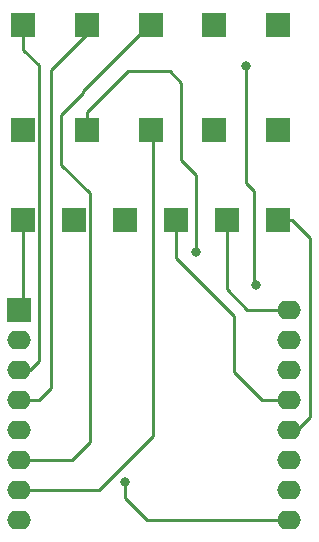
<source format=gbr>
%TF.GenerationSoftware,KiCad,Pcbnew,7.0.8*%
%TF.CreationDate,2024-06-05T08:03:03+02:00*%
%TF.ProjectId,ESP32-CAM_1,45535033-322d-4434-914d-5f312e6b6963,rev?*%
%TF.SameCoordinates,Original*%
%TF.FileFunction,Copper,L2,Bot*%
%TF.FilePolarity,Positive*%
%FSLAX46Y46*%
G04 Gerber Fmt 4.6, Leading zero omitted, Abs format (unit mm)*
G04 Created by KiCad (PCBNEW 7.0.8) date 2024-06-05 08:03:03*
%MOMM*%
%LPD*%
G01*
G04 APERTURE LIST*
%TA.AperFunction,ComponentPad*%
%ADD10O,2.000000X1.600000*%
%TD*%
%TA.AperFunction,ComponentPad*%
%ADD11R,2.000000X2.000000*%
%TD*%
%TA.AperFunction,ViaPad*%
%ADD12C,0.800000*%
%TD*%
%TA.AperFunction,Conductor*%
%ADD13C,0.250000*%
%TD*%
G04 APERTURE END LIST*
D10*
%TO.P,U9,9*%
%TO.N,Net-(U17-Pad1)*%
X206700000Y-121930000D03*
%TO.P,U9,10*%
%TO.N,Net-(U16-Pad1)*%
X206700000Y-119390000D03*
%TO.P,U9,11*%
%TO.N,Net-(U15-Pad1)*%
X206700000Y-116850000D03*
%TO.P,U9,12*%
%TO.N,Net-(U14-Pad1)*%
X206700000Y-114310000D03*
%TO.P,U9,13*%
%TO.N,Net-(U13-Pad1)*%
X206700000Y-111770000D03*
%TO.P,U9,14*%
%TO.N,Net-(U12-Pad1)*%
X206700000Y-109230000D03*
%TO.P,U9,15*%
%TO.N,Net-(U11-Pad1)*%
X206700000Y-106690000D03*
%TO.P,U9,16*%
%TO.N,Net-(U10-Pad1)*%
X206700000Y-104150000D03*
%TO.P,U9,2*%
%TO.N,Net-(U2-Pad1)*%
X183840000Y-106690000D03*
D11*
%TO.P,U9,1*%
%TO.N,Net-(U1-Pad1)*%
X183840000Y-104150000D03*
D10*
%TO.P,U9,4*%
%TO.N,Net-(U4-Pad1)*%
X183840000Y-111770000D03*
%TO.P,U9,5*%
%TO.N,Net-(U5-Pad1)*%
X183840000Y-114310000D03*
%TO.P,U9,3*%
%TO.N,Net-(U3-Pad1)*%
X183840000Y-109230000D03*
%TO.P,U9,6*%
%TO.N,Net-(U6-Pad1)*%
X183840000Y-116850000D03*
%TO.P,U9,7*%
%TO.N,Net-(U7-Pad1)*%
X183840000Y-119390000D03*
%TO.P,U9,8*%
%TO.N,Net-(U8-Pad1)*%
X183840000Y-121930000D03*
%TD*%
D11*
%TO.P,Vcc,1*%
%TO.N,Net-(U1-Pad1)*%
X184150000Y-96520000D03*
%TD*%
%TO.P,GND,1*%
%TO.N,Net-(U2-Pad1)*%
X188468000Y-96520000D03*
%TD*%
%TO.P,GPIO 12,1*%
%TO.N,Net-(U3-Pad1)*%
X184150000Y-80010000D03*
%TD*%
%TO.P,GPIO 13,1*%
%TO.N,Net-(U4-Pad1)*%
X189547500Y-80010000D03*
%TD*%
%TO.P,GPIO 15,1*%
%TO.N,Net-(U5-Pad1)*%
X200342500Y-80010000D03*
%TD*%
%TO.P,GPIO 14,1*%
%TO.N,Net-(U6-Pad1)*%
X194945000Y-80010000D03*
%TD*%
%TO.P,GPIO 2,1*%
%TO.N,Net-(U7-Pad1)*%
X194945000Y-88900000D03*
%TD*%
%TO.P,GPIO 4,1*%
%TO.N,Net-(U8-Pad1)*%
X205740000Y-88900000D03*
%TD*%
%TO.P,3\u002C3V,1*%
%TO.N,Net-(U10-Pad1)*%
X201422000Y-96520000D03*
%TD*%
%TO.P,GPIO 16,1*%
%TO.N,Net-(U11-Pad1)*%
X205740000Y-80010000D03*
%TD*%
%TO.P,GPIO 0,1*%
%TO.N,Net-(U12-Pad1)*%
X184150000Y-88900000D03*
%TD*%
%TO.P,GND,1*%
%TO.N,Net-(U13-Pad1)*%
X197104000Y-96520000D03*
%TD*%
%TO.P,3\u002C3V,1*%
%TO.N,Net-(U14-Pad1)*%
X205740000Y-96520000D03*
%TD*%
%TO.P,GPIO 3,1*%
%TO.N,Net-(U15-Pad1)*%
X200342500Y-88900000D03*
%TD*%
%TO.P,GPIO 1,1*%
%TO.N,Net-(U16-Pad1)*%
X189547500Y-88900000D03*
%TD*%
%TO.P,GND,1*%
%TO.N,Net-(U17-Pad1)*%
X192786000Y-96520000D03*
%TD*%
D12*
%TO.N,Net-(U12-Pad1)*%
X203050000Y-83550000D03*
X203850000Y-102050000D03*
%TO.N,Net-(U16-Pad1)*%
X198750000Y-99250000D03*
%TO.N,Net-(U17-Pad1)*%
X192786000Y-118764000D03*
%TD*%
D13*
%TO.N,Net-(U1-Pad1)*%
X184150000Y-103840000D02*
X183840000Y-104150000D01*
X184150000Y-96520000D02*
X184150000Y-103840000D01*
%TO.N,Net-(U3-Pad1)*%
X184150000Y-80010000D02*
X184150000Y-82150000D01*
X185475001Y-83475001D02*
X185475001Y-108524999D01*
X184150000Y-82150000D02*
X185475001Y-83475001D01*
X184770000Y-109230000D02*
X183840000Y-109230000D01*
X185475001Y-108524999D02*
X184770000Y-109230000D01*
%TO.N,Net-(U4-Pad1)*%
X189547500Y-80010000D02*
X189547500Y-80802500D01*
X189547500Y-80802500D02*
X186500000Y-83850000D01*
X185530000Y-111770000D02*
X183840000Y-111770000D01*
X186500000Y-110800000D02*
X185530000Y-111770000D01*
X186500000Y-83850000D02*
X186500000Y-110800000D01*
%TO.N,Net-(U6-Pad1)*%
X183840000Y-116850000D02*
X188300000Y-116850000D01*
X189793001Y-115356999D02*
X189450000Y-115700000D01*
X187400000Y-91900000D02*
X189793001Y-94293001D01*
X189793001Y-94293001D02*
X189793001Y-115356999D01*
X189200000Y-85650000D02*
X189200000Y-85850000D01*
X187400000Y-87650000D02*
X187400000Y-91900000D01*
X194840000Y-80010000D02*
X189200000Y-85650000D01*
X189200000Y-85850000D02*
X187400000Y-87650000D01*
X194945000Y-80010000D02*
X194840000Y-80010000D01*
X189450000Y-115700000D02*
X189650000Y-115500000D01*
X188300000Y-116850000D02*
X189450000Y-115700000D01*
%TO.N,Net-(U7-Pad1)*%
X183840000Y-119390000D02*
X190610000Y-119390000D01*
X190610000Y-119390000D02*
X195150000Y-114850000D01*
X195150000Y-89105000D02*
X194945000Y-88900000D01*
X195150000Y-114850000D02*
X195150000Y-89105000D01*
%TO.N,Net-(U10-Pad1)*%
X206700000Y-104150000D02*
X203150000Y-104150000D01*
X201422000Y-102422000D02*
X201422000Y-96520000D01*
X203150000Y-104150000D02*
X201422000Y-102422000D01*
%TO.N,Net-(U12-Pad1)*%
X203050000Y-83550000D02*
X203050000Y-93450000D01*
X203050000Y-93450000D02*
X203700000Y-94100000D01*
X203700000Y-101900000D02*
X203850000Y-102050000D01*
X203700000Y-94100000D02*
X203700000Y-101900000D01*
%TO.N,Net-(U13-Pad1)*%
X197104000Y-96520000D02*
X197104000Y-99754000D01*
X197104000Y-99754000D02*
X202050000Y-104700000D01*
X202050000Y-104700000D02*
X202050000Y-109400000D01*
X204420000Y-111770000D02*
X206700000Y-111770000D01*
X202050000Y-109400000D02*
X204420000Y-111770000D01*
%TO.N,Net-(U14-Pad1)*%
X205740000Y-96520000D02*
X206920000Y-96520000D01*
X206920000Y-96520000D02*
X208450000Y-98050000D01*
X208450000Y-98050000D02*
X208450000Y-113200000D01*
X207340000Y-114310000D02*
X206700000Y-114310000D01*
X208450000Y-113200000D02*
X207340000Y-114310000D01*
%TO.N,Net-(U16-Pad1)*%
X189547500Y-88900000D02*
X189547500Y-87402500D01*
X189547500Y-87402500D02*
X193000000Y-83950000D01*
X193000000Y-83950000D02*
X196550000Y-83950000D01*
X196550000Y-83950000D02*
X197550000Y-84950000D01*
X197550000Y-84950000D02*
X197550000Y-91500000D01*
X197550000Y-91500000D02*
X198800000Y-92750000D01*
X198800000Y-99200000D02*
X198750000Y-99250000D01*
X198800000Y-92750000D02*
X198800000Y-99200000D01*
%TO.N,Net-(U17-Pad1)*%
X192786000Y-118764000D02*
X192786000Y-120086000D01*
X194630000Y-121930000D02*
X206700000Y-121930000D01*
X192786000Y-120086000D02*
X194630000Y-121930000D01*
%TD*%
M02*

</source>
